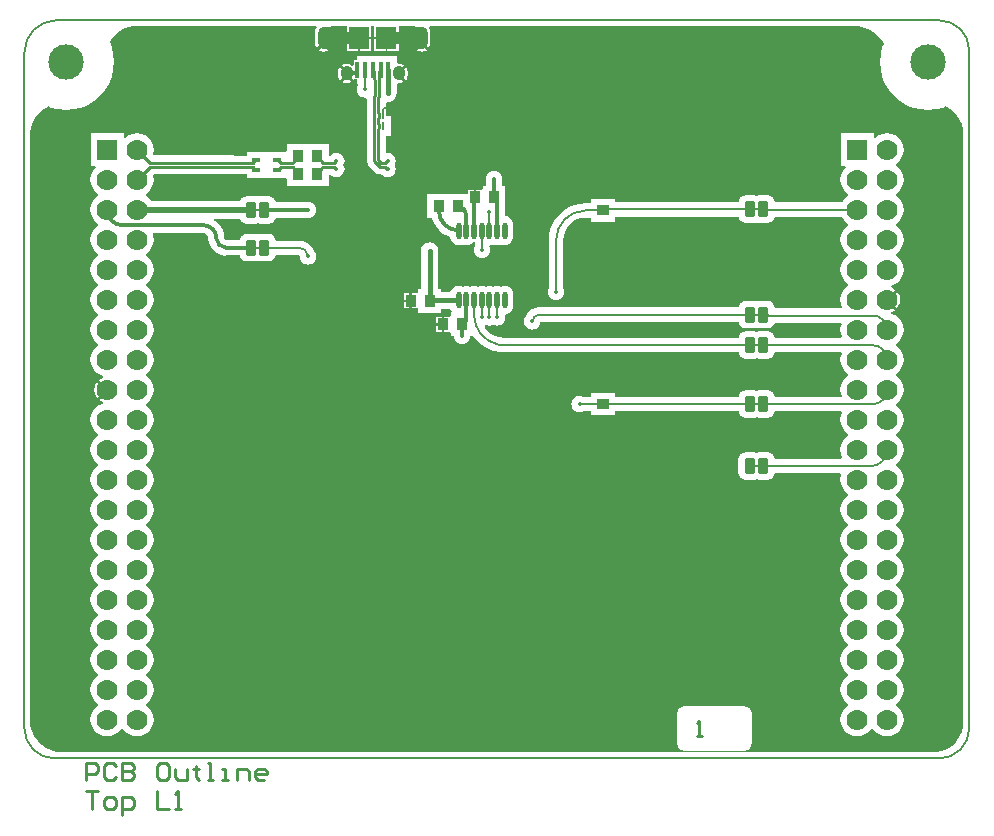
<source format=gtl>
G04*
G04 #@! TF.GenerationSoftware,Altium Limited,Altium Designer,25.8.1 (18)*
G04*
G04 Layer_Physical_Order=1*
G04 Layer_Color=255*
%FSLAX24Y24*%
%MOIN*%
G70*
G04*
G04 #@! TF.SameCoordinates,09999318-E88C-4F9F-A6D3-71EC491E3F06*
G04*
G04*
G04 #@! TF.FilePolarity,Positive*
G04*
G01*
G75*
%ADD13C,0.0059*%
%ADD16C,0.0100*%
%ADD17C,0.0050*%
%ADD37C,0.0150*%
%ADD38C,0.0080*%
%ADD39C,0.0120*%
%ADD40R,0.0394X0.0354*%
%ADD41R,0.0354X0.0394*%
%ADD42R,0.0256X0.0177*%
%ADD43R,0.0157X0.0531*%
%ADD44R,0.0709X0.0748*%
G04:AMPARAMS|DCode=45|XSize=51.2mil|YSize=35.4mil|CornerRadius=3.5mil|HoleSize=0mil|Usage=FLASHONLY|Rotation=270.000|XOffset=0mil|YOffset=0mil|HoleType=Round|Shape=RoundedRectangle|*
%AMROUNDEDRECTD45*
21,1,0.0512,0.0283,0,0,270.0*
21,1,0.0441,0.0354,0,0,270.0*
1,1,0.0071,-0.0142,-0.0220*
1,1,0.0071,-0.0142,0.0220*
1,1,0.0071,0.0142,0.0220*
1,1,0.0071,0.0142,-0.0220*
%
%ADD45ROUNDEDRECTD45*%
%ADD46O,0.0177X0.0551*%
%ADD47R,0.0079X0.0266*%
%ADD48C,0.0090*%
%ADD49C,0.0400*%
%ADD50C,0.0200*%
%ADD51R,0.0236X0.0079*%
%ADD52C,0.0700*%
%ADD53R,0.0700X0.0700*%
G04:AMPARAMS|DCode=54|XSize=39.4mil|YSize=74.8mil|CornerRadius=19.7mil|HoleSize=0mil|Usage=FLASHONLY|Rotation=180.000|XOffset=0mil|YOffset=0mil|HoleType=Round|Shape=RoundedRectangle|*
%AMROUNDEDRECTD54*
21,1,0.0394,0.0354,0,0,180.0*
21,1,0.0000,0.0748,0,0,180.0*
1,1,0.0394,0.0000,0.0177*
1,1,0.0394,0.0000,0.0177*
1,1,0.0394,0.0000,-0.0177*
1,1,0.0394,0.0000,-0.0177*
%
%ADD54ROUNDEDRECTD54*%
G04:AMPARAMS|DCode=55|XSize=41.3mil|YSize=49.2mil|CornerRadius=20.7mil|HoleSize=0mil|Usage=FLASHONLY|Rotation=180.000|XOffset=0mil|YOffset=0mil|HoleType=Round|Shape=RoundedRectangle|*
%AMROUNDEDRECTD55*
21,1,0.0413,0.0079,0,0,180.0*
21,1,0.0000,0.0492,0,0,180.0*
1,1,0.0413,0.0000,0.0039*
1,1,0.0413,0.0000,0.0039*
1,1,0.0413,0.0000,-0.0039*
1,1,0.0413,0.0000,-0.0039*
%
%ADD55ROUNDEDRECTD55*%
%ADD56C,0.1181*%
%ADD57C,0.0140*%
G36*
X3737Y24399D02*
X9718D01*
X9743Y24349D01*
X9730Y24332D01*
X9702Y24265D01*
X9693Y24193D01*
Y23839D01*
X9702Y23767D01*
X9730Y23700D01*
X9744Y23681D01*
X9936Y23873D01*
X9970Y23839D01*
Y24390D01*
X10219D01*
X10223Y24399D01*
X10757D01*
Y24041D01*
X11161D01*
X11566D01*
Y24399D01*
X11663D01*
Y24041D01*
X12067D01*
X12471D01*
Y24399D01*
X13005D01*
X13010Y24390D01*
X13258D01*
Y23839D01*
X13258Y23839D01*
X13293Y23873D01*
X13485Y23681D01*
X13499Y23700D01*
X13526Y23767D01*
X13536Y23839D01*
Y24193D01*
X13526Y24265D01*
X13499Y24332D01*
X13486Y24349D01*
X13511Y24399D01*
X27733Y24399D01*
X27733Y24399D01*
X27733Y24399D01*
X27830Y24399D01*
X28021Y24362D01*
X28201Y24289D01*
X28363Y24182D01*
X28502Y24046D01*
X28610Y23885D01*
X28641Y23813D01*
X28601Y23717D01*
X28542Y23472D01*
X28523Y23221D01*
X28542Y22971D01*
X28601Y22726D01*
X28697Y22494D01*
X28829Y22279D01*
X28992Y22088D01*
X29183Y21925D01*
X29398Y21793D01*
X29630Y21697D01*
X29874Y21639D01*
X30125Y21619D01*
X30376Y21639D01*
X30620Y21697D01*
X30731Y21743D01*
X30765Y21729D01*
X30926Y21620D01*
X31062Y21482D01*
X31168Y21321D01*
X31241Y21141D01*
X31278Y20951D01*
X31277Y20854D01*
X31277Y1183D01*
X31277Y1183D01*
Y1086D01*
X31240Y897D01*
X31166Y718D01*
X31058Y557D01*
X30922Y420D01*
X30761Y313D01*
X30582Y239D01*
X30393Y201D01*
X1164D01*
X1071Y214D01*
X893Y270D01*
X726Y353D01*
X575Y462D01*
X443Y594D01*
X334Y745D01*
X250Y912D01*
X195Y1090D01*
X182Y1183D01*
X182Y20662D01*
X182Y20662D01*
X182Y20662D01*
X176Y20734D01*
X183Y20877D01*
X209Y21018D01*
X252Y21155D01*
X313Y21285D01*
X391Y21405D01*
X484Y21515D01*
X590Y21611D01*
X708Y21693D01*
X794Y21737D01*
X890Y21697D01*
X1134Y21639D01*
X1385Y21619D01*
X1636Y21639D01*
X1880Y21697D01*
X2113Y21793D01*
X2327Y21925D01*
X2518Y22088D01*
X2681Y22279D01*
X2813Y22494D01*
X2909Y22726D01*
X2968Y22971D01*
X2988Y23221D01*
X2968Y23472D01*
X2909Y23717D01*
X2842Y23880D01*
X2872Y23944D01*
X2984Y24094D01*
X3123Y24219D01*
X3283Y24314D01*
X3459Y24377D01*
X3644Y24403D01*
X3737Y24399D01*
D02*
G37*
%LPC*%
G36*
X12471Y23991D02*
X12092D01*
Y23592D01*
X12471D01*
Y23991D01*
D02*
G37*
G36*
X12042D02*
X11663D01*
Y23592D01*
X12042D01*
Y23991D01*
D02*
G37*
G36*
X11566D02*
X11186D01*
Y23592D01*
X11566D01*
Y23991D01*
D02*
G37*
G36*
X11136D02*
X10757D01*
Y23592D01*
X11136D01*
Y23991D01*
D02*
G37*
G36*
X13258Y23769D02*
X13258Y23769D01*
Y23642D01*
X13131D01*
X13101Y23612D01*
X13119Y23598D01*
X13186Y23570D01*
X13258Y23561D01*
X13330Y23570D01*
X13397Y23598D01*
X13415Y23612D01*
X13258Y23769D01*
D02*
G37*
G36*
X9970D02*
X9813Y23612D01*
X9831Y23598D01*
X9899Y23570D01*
X9970Y23561D01*
X10042Y23570D01*
X10109Y23598D01*
X10128Y23612D01*
X10098Y23642D01*
X9970D01*
Y23769D01*
D01*
D02*
G37*
G36*
X12405Y23428D02*
X11080D01*
Y23278D01*
X10974D01*
Y23115D01*
X10924Y23092D01*
X10882Y23123D01*
X10813Y23152D01*
X10738Y23162D01*
X10664Y23152D01*
X10594Y23123D01*
X10574Y23108D01*
X10773Y22909D01*
X10703Y22839D01*
X10504Y23038D01*
X10489Y23018D01*
X10460Y22949D01*
X10450Y22874D01*
Y22795D01*
X10460Y22721D01*
X10489Y22651D01*
X10504Y22631D01*
X10703Y22830D01*
X10738Y22795D01*
X10773Y22830D01*
X10972Y22631D01*
X10984Y22647D01*
X11080D01*
Y22497D01*
X11124D01*
Y22438D01*
X11122Y22436D01*
X11095Y22370D01*
X11086Y22299D01*
X11095Y22229D01*
X11122Y22163D01*
X11166Y22107D01*
X11222Y22064D01*
X11288Y22036D01*
X11358Y22027D01*
X11380Y22030D01*
X11417Y21997D01*
Y21765D01*
X11414D01*
Y21567D01*
X11404Y21514D01*
Y21361D01*
X11414Y21309D01*
Y21211D01*
X11404Y21159D01*
Y21005D01*
X11414Y20953D01*
Y20755D01*
X11417D01*
Y19899D01*
X11437Y19803D01*
X11491Y19722D01*
X11671Y19542D01*
X11752Y19488D01*
X11847Y19469D01*
X11902D01*
X11914Y19453D01*
X11970Y19410D01*
X12036Y19383D01*
X12106Y19373D01*
X12177Y19383D01*
X12242Y19410D01*
X12299Y19453D01*
X12342Y19510D01*
X12369Y19575D01*
X12379Y19646D01*
X12369Y19716D01*
X12342Y19782D01*
X12341Y19783D01*
X12342Y19785D01*
X12369Y19851D01*
X12379Y19921D01*
X12369Y19992D01*
X12342Y20057D01*
X12299Y20114D01*
X12242Y20157D01*
X12177Y20184D01*
X12106Y20194D01*
X12085Y20191D01*
X12047Y20224D01*
Y20755D01*
X12208D01*
Y21420D01*
X12061D01*
Y21514D01*
X12050Y21567D01*
Y21765D01*
X12047D01*
Y21848D01*
X12097Y21892D01*
X12126Y21888D01*
X12198Y21897D01*
X12265Y21925D01*
X12322Y21969D01*
X12366Y22027D01*
X12394Y22094D01*
X12403Y22165D01*
Y22471D01*
X12441Y22508D01*
X12455Y22512D01*
X12490Y22507D01*
X12565Y22517D01*
X12634Y22546D01*
X12654Y22561D01*
X12455Y22760D01*
X12525Y22830D01*
X12724Y22631D01*
X12739Y22651D01*
X12768Y22721D01*
X12778Y22795D01*
Y22874D01*
X12768Y22949D01*
X12739Y23018D01*
X12724Y23038D01*
X12525Y22839D01*
X12455Y22909D01*
X12654Y23108D01*
X12634Y23123D01*
X12565Y23152D01*
X12490Y23162D01*
X12455Y23157D01*
X12405Y23199D01*
Y23428D01*
D02*
G37*
G36*
X10738Y22726D02*
X10574Y22561D01*
X10594Y22546D01*
X10664Y22517D01*
X10738Y22507D01*
X10813Y22517D01*
X10882Y22546D01*
X10902Y22561D01*
X10738Y22726D01*
D02*
G37*
G36*
X28755Y20843D02*
X28611Y20824D01*
X28478Y20769D01*
X28363Y20681D01*
X28352Y20667D01*
X28305Y20683D01*
Y20838D01*
X27205D01*
Y19738D01*
X27360D01*
X27376Y19691D01*
X27363Y19681D01*
X27275Y19566D01*
X27219Y19432D01*
X27200Y19288D01*
X27219Y19145D01*
X27275Y19011D01*
X27363Y18896D01*
X27465Y18818D01*
X27469Y18801D01*
Y18776D01*
X27465Y18759D01*
X27363Y18681D01*
X27275Y18566D01*
X27261Y18533D01*
X25017D01*
X24999Y18619D01*
X24961Y18677D01*
Y18701D01*
X24942D01*
X24869Y18749D01*
X24778Y18768D01*
X24494D01*
X24409Y18751D01*
X24325Y18768D01*
X24041D01*
X23949Y18749D01*
X23877Y18701D01*
X23858D01*
Y18677D01*
X23820Y18619D01*
X23806Y18552D01*
X19688D01*
Y18645D01*
X18894D01*
Y18512D01*
X18717D01*
X18709Y18511D01*
X18522Y18496D01*
X18332Y18451D01*
X18152Y18376D01*
X17985Y18274D01*
X17837Y18147D01*
X17710Y17999D01*
X17608Y17832D01*
X17534Y17652D01*
X17488Y17462D01*
X17473Y17275D01*
X17472Y17268D01*
Y15666D01*
X17453Y15622D01*
X17444Y15551D01*
X17453Y15481D01*
X17481Y15415D01*
X17524Y15359D01*
X17580Y15315D01*
X17646Y15288D01*
X17717Y15279D01*
X17787Y15288D01*
X17853Y15315D01*
X17909Y15359D01*
X17952Y15415D01*
X17980Y15481D01*
X17989Y15551D01*
X17980Y15622D01*
X17961Y15666D01*
Y17268D01*
X17959Y17279D01*
X17972Y17416D01*
X18016Y17558D01*
X18086Y17689D01*
X18180Y17804D01*
X18295Y17899D01*
X18426Y17969D01*
X18569Y18012D01*
X18705Y18025D01*
X18717Y18023D01*
X18894D01*
Y17891D01*
X19688D01*
Y18062D01*
X23806D01*
X23820Y17995D01*
X23858Y17937D01*
Y17913D01*
X23877D01*
X23949Y17865D01*
X24041Y17847D01*
X24325D01*
X24409Y17863D01*
X24494Y17847D01*
X24778D01*
X24869Y17865D01*
X24942Y17913D01*
X24961D01*
Y17937D01*
X24999Y17995D01*
X25009Y18044D01*
X27261D01*
X27275Y18011D01*
X27363Y17896D01*
X27465Y17818D01*
X27469Y17801D01*
Y17776D01*
X27465Y17759D01*
X27363Y17681D01*
X27275Y17566D01*
X27219Y17432D01*
X27200Y17288D01*
X27219Y17145D01*
X27275Y17011D01*
X27363Y16896D01*
X27465Y16818D01*
X27469Y16801D01*
Y16776D01*
X27465Y16759D01*
X27363Y16681D01*
X27275Y16566D01*
X27219Y16432D01*
X27200Y16288D01*
X27219Y16145D01*
X27275Y16011D01*
X27363Y15896D01*
X27465Y15818D01*
X27469Y15801D01*
Y15776D01*
X27465Y15759D01*
X27363Y15681D01*
X27275Y15566D01*
X27219Y15432D01*
X27200Y15288D01*
X27219Y15145D01*
X27255Y15058D01*
X27221Y15008D01*
X25018D01*
Y15014D01*
X24999Y15106D01*
X24961Y15164D01*
Y15187D01*
X24942D01*
X24869Y15236D01*
X24778Y15254D01*
X24494D01*
X24409Y15237D01*
X24325Y15254D01*
X24041D01*
X23949Y15236D01*
X23877Y15187D01*
X23858D01*
Y15164D01*
X23820Y15106D01*
X23806Y15038D01*
X17156D01*
X17145Y15036D01*
X17034Y15021D01*
X16920Y14974D01*
X16823Y14900D01*
X16748Y14802D01*
X16723Y14742D01*
X16693Y14703D01*
X16666Y14637D01*
X16657Y14567D01*
X16666Y14496D01*
X16693Y14431D01*
X16737Y14374D01*
X16793Y14331D01*
X16859Y14304D01*
X16929Y14295D01*
X17000Y14304D01*
X17065Y14331D01*
X17122Y14374D01*
X17165Y14431D01*
X17192Y14496D01*
X17199Y14549D01*
X23806D01*
X23820Y14481D01*
X23858Y14423D01*
Y14400D01*
X23877D01*
X23949Y14351D01*
X24041Y14333D01*
X24325D01*
X24409Y14350D01*
X24494Y14333D01*
X24778D01*
X24869Y14351D01*
X24942Y14400D01*
X24961D01*
Y14423D01*
X24999Y14481D01*
X25007Y14519D01*
X27210D01*
X27238Y14477D01*
X27219Y14432D01*
X27200Y14288D01*
X27219Y14145D01*
X27252Y14066D01*
X27224Y14024D01*
X25013D01*
X24999Y14092D01*
X24961Y14150D01*
Y14173D01*
X24942D01*
X24869Y14222D01*
X24778Y14240D01*
X24494D01*
X24409Y14223D01*
X24325Y14240D01*
X24041D01*
X23949Y14222D01*
X23877Y14173D01*
X23858D01*
Y14150D01*
X23820Y14092D01*
X23806Y14024D01*
X15987D01*
X15976Y14022D01*
X15839Y14035D01*
X15838Y14036D01*
X15697Y14079D01*
X15566Y14149D01*
X15451Y14243D01*
X15357Y14358D01*
X15345Y14379D01*
X15365Y14436D01*
X15395Y14450D01*
X15429Y14436D01*
X15499Y14426D01*
X15570Y14436D01*
X15627Y14460D01*
X15685Y14436D01*
X15755Y14426D01*
X15826Y14436D01*
X15891Y14463D01*
X15948Y14506D01*
X15991Y14563D01*
X16018Y14628D01*
X16027Y14699D01*
X16018Y14769D01*
X16058Y14804D01*
X16086Y14807D01*
X16156Y14837D01*
X16217Y14883D01*
X16263Y14943D01*
X16292Y15013D01*
X16302Y15089D01*
Y15463D01*
X16292Y15538D01*
X16263Y15608D01*
X16217Y15668D01*
X16156Y15715D01*
X16086Y15744D01*
X16011Y15754D01*
X15936Y15744D01*
X15883Y15722D01*
X15830Y15744D01*
X15755Y15754D01*
X15680Y15744D01*
X15627Y15722D01*
X15574Y15744D01*
X15499Y15754D01*
X15424Y15744D01*
X15371Y15722D01*
X15319Y15744D01*
X15243Y15754D01*
X15168Y15744D01*
X15115Y15722D01*
X15063Y15744D01*
X14987Y15754D01*
X14912Y15744D01*
X14859Y15722D01*
X14807Y15744D01*
X14731Y15754D01*
X14656Y15744D01*
X14603Y15722D01*
X14551Y15744D01*
X14476Y15754D01*
X14400Y15744D01*
X14330Y15715D01*
X14270Y15668D01*
X14223Y15608D01*
X14201Y15553D01*
X13881D01*
Y15653D01*
X13781D01*
Y16929D01*
X13772Y17001D01*
X13744Y17068D01*
X13700Y17125D01*
X13643Y17169D01*
X13576Y17197D01*
X13504Y17207D01*
X13432Y17197D01*
X13365Y17169D01*
X13308Y17125D01*
X13264Y17068D01*
X13236Y17001D01*
X13227Y16929D01*
Y15653D01*
X13127D01*
Y15556D01*
X13111Y15513D01*
X13077Y15513D01*
X12914D01*
Y15256D01*
Y14999D01*
X13111Y14999D01*
X13127Y14956D01*
Y14859D01*
X13881D01*
Y14998D01*
X14201D01*
X14223Y14943D01*
X14245Y14915D01*
X14220Y14865D01*
X14209D01*
Y14769D01*
X14194Y14725D01*
X14159Y14725D01*
X13997D01*
Y14468D01*
Y14212D01*
X14194Y14212D01*
X14209Y14168D01*
Y14072D01*
X14315D01*
X14324Y14004D01*
X14351Y13939D01*
X14394Y13882D01*
X14450Y13839D01*
X14516Y13812D01*
X14587Y13802D01*
X14657Y13812D01*
X14723Y13839D01*
X14779Y13882D01*
X14822Y13939D01*
X14850Y14004D01*
X14859Y14072D01*
X14964D01*
X14978Y14054D01*
X14981Y14048D01*
X15108Y13900D01*
X15256Y13773D01*
X15423Y13671D01*
X15603Y13597D01*
X15694Y13575D01*
X15696Y13573D01*
X15721Y13568D01*
X15793Y13551D01*
X15980Y13536D01*
X15987Y13535D01*
X23806D01*
X23820Y13467D01*
X23858Y13409D01*
Y13386D01*
X23877D01*
X23949Y13337D01*
X24041Y13319D01*
X24325D01*
X24409Y13336D01*
X24494Y13319D01*
X24778D01*
X24869Y13337D01*
X24942Y13386D01*
X24961D01*
Y13409D01*
X24999Y13467D01*
X25013Y13535D01*
X27217D01*
X27245Y13493D01*
X27219Y13432D01*
X27200Y13288D01*
X27219Y13145D01*
X27275Y13011D01*
X27363Y12896D01*
X27465Y12818D01*
X27469Y12801D01*
Y12776D01*
X27465Y12759D01*
X27363Y12681D01*
X27275Y12566D01*
X27219Y12432D01*
X27200Y12288D01*
X27219Y12145D01*
X27239Y12097D01*
X27211Y12056D01*
X25013D01*
X24999Y12123D01*
X24961Y12181D01*
Y12205D01*
X24942D01*
X24869Y12253D01*
X24778Y12272D01*
X24494D01*
X24409Y12255D01*
X24325Y12272D01*
X24041D01*
X23949Y12253D01*
X23877Y12205D01*
X23858D01*
Y12181D01*
X23820Y12123D01*
X23806Y12056D01*
X19688D01*
Y12188D01*
X18894D01*
Y12056D01*
X18619D01*
X18574Y12074D01*
X18504Y12083D01*
X18433Y12074D01*
X18368Y12047D01*
X18311Y12004D01*
X18268Y11947D01*
X18241Y11882D01*
X18232Y11811D01*
X18241Y11741D01*
X18268Y11675D01*
X18311Y11618D01*
X18368Y11575D01*
X18433Y11548D01*
X18504Y11539D01*
X18574Y11548D01*
X18619Y11566D01*
X18894D01*
Y11434D01*
X19688D01*
Y11566D01*
X23806D01*
X23820Y11499D01*
X23858Y11441D01*
Y11417D01*
X23877D01*
X23949Y11369D01*
X24041Y11351D01*
X24325D01*
X24409Y11367D01*
X24494Y11351D01*
X24778D01*
X24869Y11369D01*
X24942Y11417D01*
X24961D01*
Y11441D01*
X24999Y11499D01*
X25013Y11566D01*
X27221D01*
X27254Y11516D01*
X27219Y11432D01*
X27200Y11288D01*
X27219Y11145D01*
X27275Y11011D01*
X27363Y10896D01*
X27465Y10818D01*
X27469Y10801D01*
Y10776D01*
X27465Y10759D01*
X27363Y10681D01*
X27275Y10566D01*
X27219Y10432D01*
X27200Y10288D01*
X27219Y10145D01*
X27263Y10039D01*
X27231Y9989D01*
X25013D01*
X24999Y10056D01*
X24961Y10114D01*
Y10138D01*
X24942D01*
X24869Y10186D01*
X24778Y10205D01*
X24494D01*
X24409Y10188D01*
X24325Y10205D01*
X24041D01*
X23949Y10186D01*
X23877Y10138D01*
X23858D01*
Y10114D01*
X23820Y10056D01*
X23801Y9965D01*
Y9524D01*
X23820Y9432D01*
X23858Y9374D01*
Y9350D01*
X23877D01*
X23949Y9302D01*
X24041Y9284D01*
X24325D01*
X24409Y9300D01*
X24494Y9284D01*
X24778D01*
X24869Y9302D01*
X24942Y9350D01*
X24961D01*
Y9374D01*
X24999Y9432D01*
X25013Y9499D01*
X27202D01*
X27230Y9458D01*
X27219Y9432D01*
X27200Y9288D01*
X27219Y9145D01*
X27275Y9011D01*
X27363Y8896D01*
X27465Y8818D01*
X27469Y8801D01*
Y8776D01*
X27465Y8759D01*
X27363Y8681D01*
X27275Y8566D01*
X27219Y8432D01*
X27200Y8288D01*
X27219Y8145D01*
X27275Y8011D01*
X27363Y7896D01*
X27465Y7818D01*
X27469Y7801D01*
Y7776D01*
X27465Y7759D01*
X27363Y7681D01*
X27275Y7566D01*
X27219Y7432D01*
X27200Y7288D01*
X27219Y7145D01*
X27275Y7011D01*
X27363Y6896D01*
X27465Y6818D01*
X27469Y6801D01*
Y6776D01*
X27465Y6759D01*
X27363Y6681D01*
X27275Y6566D01*
X27219Y6432D01*
X27200Y6288D01*
X27219Y6145D01*
X27275Y6011D01*
X27363Y5896D01*
X27465Y5818D01*
X27469Y5801D01*
Y5776D01*
X27465Y5759D01*
X27363Y5681D01*
X27275Y5566D01*
X27219Y5432D01*
X27200Y5288D01*
X27219Y5145D01*
X27275Y5011D01*
X27363Y4896D01*
X27465Y4818D01*
X27469Y4801D01*
Y4776D01*
X27465Y4759D01*
X27363Y4681D01*
X27275Y4566D01*
X27219Y4432D01*
X27200Y4288D01*
X27219Y4145D01*
X27275Y4011D01*
X27363Y3896D01*
X27465Y3818D01*
X27469Y3801D01*
Y3776D01*
X27465Y3759D01*
X27363Y3681D01*
X27275Y3566D01*
X27219Y3432D01*
X27200Y3288D01*
X27219Y3145D01*
X27275Y3011D01*
X27363Y2896D01*
X27465Y2818D01*
X27469Y2801D01*
Y2776D01*
X27465Y2759D01*
X27363Y2681D01*
X27275Y2566D01*
X27219Y2432D01*
X27200Y2288D01*
X27219Y2145D01*
X27275Y2011D01*
X27363Y1896D01*
X27465Y1818D01*
X27469Y1801D01*
Y1776D01*
X27465Y1759D01*
X27363Y1681D01*
X27275Y1566D01*
X27219Y1432D01*
X27200Y1288D01*
X27219Y1145D01*
X27275Y1011D01*
X27363Y896D01*
X27478Y808D01*
X27611Y752D01*
X27755Y734D01*
X27899Y752D01*
X28032Y808D01*
X28147Y896D01*
X28226Y998D01*
X28242Y1003D01*
X28268D01*
X28284Y998D01*
X28363Y896D01*
X28478Y808D01*
X28611Y752D01*
X28755Y734D01*
X28899Y752D01*
X29032Y808D01*
X29147Y896D01*
X29235Y1011D01*
X29291Y1145D01*
X29310Y1288D01*
X29291Y1432D01*
X29235Y1566D01*
X29147Y1681D01*
X29045Y1759D01*
X29041Y1776D01*
Y1801D01*
X29045Y1818D01*
X29147Y1896D01*
X29235Y2011D01*
X29291Y2145D01*
X29310Y2288D01*
X29291Y2432D01*
X29235Y2566D01*
X29147Y2681D01*
X29045Y2759D01*
X29041Y2776D01*
Y2801D01*
X29045Y2818D01*
X29147Y2896D01*
X29235Y3011D01*
X29291Y3145D01*
X29310Y3288D01*
X29291Y3432D01*
X29235Y3566D01*
X29147Y3681D01*
X29045Y3759D01*
X29041Y3776D01*
Y3801D01*
X29045Y3818D01*
X29147Y3896D01*
X29235Y4011D01*
X29291Y4145D01*
X29310Y4288D01*
X29291Y4432D01*
X29235Y4566D01*
X29147Y4681D01*
X29045Y4759D01*
X29041Y4776D01*
Y4801D01*
X29045Y4818D01*
X29147Y4896D01*
X29235Y5011D01*
X29291Y5145D01*
X29310Y5288D01*
X29291Y5432D01*
X29235Y5566D01*
X29147Y5681D01*
X29045Y5759D01*
X29041Y5776D01*
Y5801D01*
X29045Y5818D01*
X29147Y5896D01*
X29235Y6011D01*
X29291Y6145D01*
X29310Y6288D01*
X29291Y6432D01*
X29235Y6566D01*
X29147Y6681D01*
X29045Y6759D01*
X29041Y6776D01*
Y6801D01*
X29045Y6818D01*
X29147Y6896D01*
X29235Y7011D01*
X29291Y7145D01*
X29310Y7288D01*
X29291Y7432D01*
X29235Y7566D01*
X29147Y7681D01*
X29045Y7759D01*
X29041Y7776D01*
Y7801D01*
X29045Y7818D01*
X29147Y7896D01*
X29235Y8011D01*
X29291Y8145D01*
X29310Y8288D01*
X29291Y8432D01*
X29235Y8566D01*
X29147Y8681D01*
X29045Y8759D01*
X29041Y8776D01*
Y8801D01*
X29045Y8818D01*
X29147Y8896D01*
X29235Y9011D01*
X29291Y9145D01*
X29310Y9288D01*
X29291Y9432D01*
X29235Y9566D01*
X29147Y9681D01*
X29045Y9759D01*
X29041Y9776D01*
Y9801D01*
X29045Y9818D01*
X29147Y9896D01*
X29235Y10011D01*
X29291Y10145D01*
X29310Y10288D01*
X29291Y10432D01*
X29235Y10566D01*
X29147Y10681D01*
X29045Y10759D01*
X29041Y10776D01*
Y10801D01*
X29045Y10818D01*
X29147Y10896D01*
X29235Y11011D01*
X29291Y11145D01*
X29310Y11288D01*
X29291Y11432D01*
X29235Y11566D01*
X29147Y11681D01*
X29045Y11759D01*
X29041Y11776D01*
Y11801D01*
X29045Y11818D01*
X29147Y11896D01*
X29235Y12011D01*
X29291Y12145D01*
X29310Y12288D01*
X29291Y12432D01*
X29235Y12566D01*
X29147Y12681D01*
X29045Y12759D01*
X29041Y12776D01*
Y12801D01*
X29045Y12818D01*
X29147Y12896D01*
X29235Y13011D01*
X29291Y13145D01*
X29310Y13288D01*
X29291Y13432D01*
X29235Y13566D01*
X29147Y13681D01*
X29045Y13759D01*
X29041Y13776D01*
Y13801D01*
X29045Y13818D01*
X29147Y13896D01*
X29235Y14011D01*
X29291Y14145D01*
X29310Y14288D01*
X29291Y14432D01*
X29235Y14566D01*
X29147Y14681D01*
X29032Y14769D01*
X28899Y14824D01*
X28889Y14825D01*
X28882Y14877D01*
X28971Y14914D01*
X29021Y14952D01*
X28720Y15253D01*
X28755Y15288D01*
X28720Y15323D01*
X29021Y15624D01*
X28971Y15663D01*
X28882Y15700D01*
X28889Y15751D01*
X28899Y15752D01*
X29032Y15808D01*
X29147Y15896D01*
X29235Y16011D01*
X29291Y16145D01*
X29310Y16288D01*
X29291Y16432D01*
X29235Y16566D01*
X29147Y16681D01*
X29045Y16759D01*
X29041Y16776D01*
Y16801D01*
X29045Y16818D01*
X29147Y16896D01*
X29235Y17011D01*
X29291Y17145D01*
X29310Y17288D01*
X29291Y17432D01*
X29235Y17566D01*
X29147Y17681D01*
X29045Y17759D01*
X29041Y17776D01*
Y17801D01*
X29045Y17818D01*
X29147Y17896D01*
X29235Y18011D01*
X29291Y18145D01*
X29310Y18288D01*
X29291Y18432D01*
X29235Y18566D01*
X29147Y18681D01*
X29045Y18759D01*
X29041Y18776D01*
Y18801D01*
X29045Y18818D01*
X29147Y18896D01*
X29235Y19011D01*
X29291Y19145D01*
X29310Y19288D01*
X29291Y19432D01*
X29235Y19566D01*
X29147Y19681D01*
X29045Y19759D01*
X29041Y19776D01*
Y19801D01*
X29045Y19818D01*
X29147Y19896D01*
X29235Y20011D01*
X29291Y20145D01*
X29310Y20288D01*
X29291Y20432D01*
X29235Y20566D01*
X29147Y20681D01*
X29032Y20769D01*
X28899Y20824D01*
X28755Y20843D01*
D02*
G37*
G36*
X3755D02*
X3611Y20824D01*
X3478Y20769D01*
X3363Y20681D01*
X3352Y20667D01*
X3305Y20683D01*
Y20838D01*
X2205D01*
Y19738D01*
X2360D01*
X2376Y19691D01*
X2363Y19681D01*
X2275Y19566D01*
X2219Y19432D01*
X2200Y19288D01*
X2219Y19145D01*
X2275Y19011D01*
X2363Y18896D01*
X2465Y18818D01*
X2469Y18801D01*
Y18776D01*
X2465Y18759D01*
X2363Y18681D01*
X2275Y18566D01*
X2219Y18432D01*
X2200Y18288D01*
X2219Y18145D01*
X2275Y18011D01*
X2363Y17896D01*
X2465Y17818D01*
X2469Y17801D01*
Y17776D01*
X2465Y17759D01*
X2363Y17681D01*
X2275Y17566D01*
X2219Y17432D01*
X2200Y17288D01*
X2219Y17145D01*
X2275Y17011D01*
X2363Y16896D01*
X2465Y16818D01*
X2469Y16801D01*
Y16776D01*
X2465Y16759D01*
X2363Y16681D01*
X2275Y16566D01*
X2219Y16432D01*
X2200Y16288D01*
X2219Y16145D01*
X2275Y16011D01*
X2363Y15896D01*
X2465Y15818D01*
X2469Y15801D01*
Y15776D01*
X2465Y15759D01*
X2363Y15681D01*
X2275Y15566D01*
X2219Y15432D01*
X2200Y15288D01*
X2219Y15145D01*
X2275Y15011D01*
X2363Y14896D01*
X2465Y14818D01*
X2469Y14801D01*
Y14776D01*
X2465Y14759D01*
X2363Y14681D01*
X2275Y14566D01*
X2219Y14432D01*
X2200Y14288D01*
X2219Y14145D01*
X2275Y14011D01*
X2363Y13896D01*
X2465Y13818D01*
X2469Y13801D01*
Y13776D01*
X2465Y13759D01*
X2363Y13681D01*
X2275Y13566D01*
X2219Y13432D01*
X2200Y13288D01*
X2219Y13145D01*
X2275Y13011D01*
X2363Y12896D01*
X2478Y12808D01*
X2611Y12752D01*
X2621Y12751D01*
X2628Y12700D01*
X2539Y12663D01*
X2489Y12624D01*
X2790Y12323D01*
X2755Y12288D01*
X2790Y12253D01*
X2489Y11952D01*
X2539Y11914D01*
X2628Y11877D01*
X2621Y11825D01*
X2611Y11824D01*
X2478Y11769D01*
X2363Y11681D01*
X2275Y11566D01*
X2219Y11432D01*
X2200Y11288D01*
X2219Y11145D01*
X2275Y11011D01*
X2363Y10896D01*
X2465Y10818D01*
X2469Y10801D01*
Y10776D01*
X2465Y10759D01*
X2363Y10681D01*
X2275Y10566D01*
X2219Y10432D01*
X2200Y10288D01*
X2219Y10145D01*
X2275Y10011D01*
X2363Y9896D01*
X2465Y9818D01*
X2469Y9801D01*
Y9776D01*
X2465Y9759D01*
X2363Y9681D01*
X2275Y9566D01*
X2219Y9432D01*
X2200Y9288D01*
X2219Y9145D01*
X2275Y9011D01*
X2363Y8896D01*
X2465Y8818D01*
X2469Y8801D01*
Y8776D01*
X2465Y8759D01*
X2363Y8681D01*
X2275Y8566D01*
X2219Y8432D01*
X2200Y8288D01*
X2219Y8145D01*
X2275Y8011D01*
X2363Y7896D01*
X2465Y7818D01*
X2469Y7801D01*
Y7776D01*
X2465Y7759D01*
X2363Y7681D01*
X2275Y7566D01*
X2219Y7432D01*
X2200Y7288D01*
X2219Y7145D01*
X2275Y7011D01*
X2363Y6896D01*
X2465Y6818D01*
X2469Y6801D01*
Y6776D01*
X2465Y6759D01*
X2363Y6681D01*
X2275Y6566D01*
X2219Y6432D01*
X2200Y6288D01*
X2219Y6145D01*
X2275Y6011D01*
X2363Y5896D01*
X2465Y5818D01*
X2469Y5801D01*
Y5776D01*
X2465Y5759D01*
X2363Y5681D01*
X2275Y5566D01*
X2219Y5432D01*
X2200Y5288D01*
X2219Y5145D01*
X2275Y5011D01*
X2363Y4896D01*
X2465Y4818D01*
X2469Y4801D01*
Y4776D01*
X2465Y4759D01*
X2363Y4681D01*
X2275Y4566D01*
X2219Y4432D01*
X2200Y4288D01*
X2219Y4145D01*
X2275Y4011D01*
X2363Y3896D01*
X2465Y3818D01*
X2469Y3801D01*
Y3776D01*
X2465Y3759D01*
X2363Y3681D01*
X2275Y3566D01*
X2219Y3432D01*
X2200Y3288D01*
X2219Y3145D01*
X2275Y3011D01*
X2363Y2896D01*
X2465Y2818D01*
X2469Y2801D01*
Y2776D01*
X2465Y2759D01*
X2363Y2681D01*
X2275Y2566D01*
X2219Y2432D01*
X2200Y2288D01*
X2219Y2145D01*
X2275Y2011D01*
X2363Y1896D01*
X2465Y1818D01*
X2469Y1801D01*
Y1776D01*
X2465Y1759D01*
X2363Y1681D01*
X2275Y1566D01*
X2219Y1432D01*
X2200Y1288D01*
X2219Y1145D01*
X2275Y1011D01*
X2363Y896D01*
X2478Y808D01*
X2611Y752D01*
X2755Y734D01*
X2899Y752D01*
X3032Y808D01*
X3147Y896D01*
X3226Y998D01*
X3242Y1003D01*
X3268D01*
X3284Y998D01*
X3363Y896D01*
X3478Y808D01*
X3611Y752D01*
X3755Y734D01*
X3899Y752D01*
X4032Y808D01*
X4147Y896D01*
X4235Y1011D01*
X4291Y1145D01*
X4310Y1288D01*
X4291Y1432D01*
X4235Y1566D01*
X4147Y1681D01*
X4045Y1759D01*
X4041Y1776D01*
Y1801D01*
X4045Y1818D01*
X4147Y1896D01*
X4235Y2011D01*
X4291Y2145D01*
X4310Y2288D01*
X4291Y2432D01*
X4235Y2566D01*
X4147Y2681D01*
X4045Y2759D01*
X4041Y2776D01*
Y2801D01*
X4045Y2818D01*
X4147Y2896D01*
X4235Y3011D01*
X4291Y3145D01*
X4310Y3288D01*
X4291Y3432D01*
X4235Y3566D01*
X4147Y3681D01*
X4045Y3759D01*
X4041Y3776D01*
Y3801D01*
X4045Y3818D01*
X4147Y3896D01*
X4235Y4011D01*
X4291Y4145D01*
X4310Y4288D01*
X4291Y4432D01*
X4235Y4566D01*
X4147Y4681D01*
X4045Y4759D01*
X4041Y4776D01*
Y4801D01*
X4045Y4818D01*
X4147Y4896D01*
X4235Y5011D01*
X4291Y5145D01*
X4310Y5288D01*
X4291Y5432D01*
X4235Y5566D01*
X4147Y5681D01*
X4045Y5759D01*
X4041Y5776D01*
Y5801D01*
X4045Y5818D01*
X4147Y5896D01*
X4235Y6011D01*
X4291Y6145D01*
X4310Y6288D01*
X4291Y6432D01*
X4235Y6566D01*
X4147Y6681D01*
X4045Y6759D01*
X4041Y6776D01*
Y6801D01*
X4045Y6818D01*
X4147Y6896D01*
X4235Y7011D01*
X4291Y7145D01*
X4310Y7288D01*
X4291Y7432D01*
X4235Y7566D01*
X4147Y7681D01*
X4045Y7759D01*
X4041Y7776D01*
Y7801D01*
X4045Y7818D01*
X4147Y7896D01*
X4235Y8011D01*
X4291Y8145D01*
X4310Y8288D01*
X4291Y8432D01*
X4235Y8566D01*
X4147Y8681D01*
X4045Y8759D01*
X4041Y8776D01*
Y8801D01*
X4045Y8818D01*
X4147Y8896D01*
X4235Y9011D01*
X4291Y9145D01*
X4310Y9288D01*
X4291Y9432D01*
X4235Y9566D01*
X4147Y9681D01*
X4045Y9759D01*
X4041Y9776D01*
Y9801D01*
X4045Y9818D01*
X4147Y9896D01*
X4235Y10011D01*
X4291Y10145D01*
X4310Y10288D01*
X4291Y10432D01*
X4235Y10566D01*
X4147Y10681D01*
X4045Y10759D01*
X4041Y10776D01*
Y10801D01*
X4045Y10818D01*
X4147Y10896D01*
X4235Y11011D01*
X4291Y11145D01*
X4310Y11288D01*
X4291Y11432D01*
X4235Y11566D01*
X4147Y11681D01*
X4045Y11759D01*
X4041Y11776D01*
Y11801D01*
X4045Y11818D01*
X4147Y11896D01*
X4235Y12011D01*
X4291Y12145D01*
X4310Y12288D01*
X4291Y12432D01*
X4235Y12566D01*
X4147Y12681D01*
X4045Y12759D01*
X4041Y12776D01*
Y12801D01*
X4045Y12818D01*
X4147Y12896D01*
X4235Y13011D01*
X4291Y13145D01*
X4310Y13288D01*
X4291Y13432D01*
X4235Y13566D01*
X4147Y13681D01*
X4045Y13759D01*
X4041Y13776D01*
Y13801D01*
X4045Y13818D01*
X4147Y13896D01*
X4235Y14011D01*
X4291Y14145D01*
X4310Y14288D01*
X4291Y14432D01*
X4235Y14566D01*
X4147Y14681D01*
X4045Y14759D01*
X4041Y14776D01*
Y14801D01*
X4045Y14818D01*
X4147Y14896D01*
X4235Y15011D01*
X4291Y15145D01*
X4310Y15288D01*
X4291Y15432D01*
X4235Y15566D01*
X4147Y15681D01*
X4045Y15759D01*
X4041Y15776D01*
Y15801D01*
X4045Y15818D01*
X4147Y15896D01*
X4235Y16011D01*
X4291Y16145D01*
X4310Y16288D01*
X4291Y16432D01*
X4235Y16566D01*
X4147Y16681D01*
X4045Y16759D01*
X4041Y16776D01*
Y16801D01*
X4045Y16818D01*
X4147Y16896D01*
X4235Y17011D01*
X4291Y17145D01*
X4310Y17288D01*
X4291Y17432D01*
X4274Y17472D01*
X4302Y17513D01*
X5965D01*
X5966Y17514D01*
X6030Y17501D01*
X6086Y17464D01*
X6123Y17408D01*
X6126Y17390D01*
X6133Y17343D01*
X6133D01*
X6152Y17192D01*
X6210Y17053D01*
X6303Y16932D01*
X6423Y16840D01*
X6562Y16782D01*
X6713Y16763D01*
Y16765D01*
X7176D01*
X7186Y16715D01*
X7224Y16657D01*
Y16634D01*
X7243D01*
X7316Y16585D01*
X7407Y16567D01*
X7691D01*
X7776Y16584D01*
X7860Y16567D01*
X8144D01*
X8236Y16585D01*
X8308Y16634D01*
X8327D01*
Y16657D01*
X8365Y16715D01*
X8381Y16794D01*
X9135D01*
X9179Y16754D01*
X9176Y16732D01*
X9186Y16662D01*
X9213Y16596D01*
X9256Y16540D01*
X9313Y16496D01*
X9378Y16469D01*
X9449Y16460D01*
X9519Y16469D01*
X9585Y16496D01*
X9641Y16540D01*
X9685Y16596D01*
X9712Y16662D01*
X9721Y16732D01*
X9712Y16803D01*
X9685Y16868D01*
X9642Y16924D01*
X9612Y16997D01*
X9528Y17107D01*
X9418Y17191D01*
X9291Y17244D01*
X9154Y17262D01*
Y17262D01*
X8381D01*
X8365Y17340D01*
X8327Y17398D01*
Y17421D01*
X8308D01*
X8236Y17470D01*
X8144Y17488D01*
X7860D01*
X7776Y17471D01*
X7691Y17488D01*
X7407D01*
X7316Y17470D01*
X7243Y17421D01*
X7224D01*
Y17398D01*
X7186Y17340D01*
X7176Y17290D01*
X6713D01*
X6710Y17289D01*
X6682Y17301D01*
X6661Y17343D01*
X6661D01*
X6648Y17478D01*
X6608Y17609D01*
X6544Y17729D01*
X6457Y17835D01*
X6351Y17922D01*
X6322Y17937D01*
X6334Y17986D01*
X6614D01*
X6614Y17986D01*
X7184D01*
X7186Y17976D01*
X7224Y17918D01*
Y17895D01*
X7243D01*
X7316Y17846D01*
X7407Y17828D01*
X7691D01*
X7776Y17845D01*
X7860Y17828D01*
X8144D01*
X8236Y17846D01*
X8308Y17895D01*
X8327D01*
Y17918D01*
X8365Y17976D01*
X8375Y18026D01*
X9376D01*
X9378Y18025D01*
X9449Y18016D01*
X9519Y18025D01*
X9585Y18052D01*
X9641Y18096D01*
X9685Y18152D01*
X9712Y18218D01*
X9721Y18288D01*
X9712Y18359D01*
X9685Y18424D01*
X9641Y18481D01*
X9585Y18524D01*
X9519Y18551D01*
X9449Y18561D01*
X9378Y18551D01*
X9376Y18551D01*
X8375D01*
X8365Y18601D01*
X8327Y18659D01*
Y18682D01*
X8308D01*
X8236Y18731D01*
X8144Y18749D01*
X7860D01*
X7776Y18732D01*
X7691Y18749D01*
X7407D01*
X7316Y18731D01*
X7243Y18682D01*
X7224D01*
Y18659D01*
X7186Y18601D01*
X7184Y18591D01*
X6614D01*
X6614Y18591D01*
X4216D01*
X4147Y18681D01*
X4045Y18759D01*
X4041Y18776D01*
Y18801D01*
X4045Y18818D01*
X4147Y18896D01*
X4235Y19011D01*
X4291Y19145D01*
X4310Y19288D01*
X4292Y19424D01*
X4300Y19442D01*
X4328Y19473D01*
X6901D01*
X6925Y19469D01*
X7408D01*
Y19337D01*
X8028D01*
X8064Y19337D01*
X8114Y19337D01*
X8733D01*
X8757Y19297D01*
Y19091D01*
X10141D01*
Y19469D01*
X10195D01*
X10207Y19453D01*
X10264Y19410D01*
X10330Y19383D01*
X10400Y19373D01*
X10470Y19383D01*
X10536Y19410D01*
X10593Y19453D01*
X10636Y19510D01*
X10663Y19575D01*
X10672Y19646D01*
X10663Y19716D01*
X10636Y19782D01*
X10635Y19783D01*
X10636Y19785D01*
X10663Y19851D01*
X10672Y19921D01*
X10663Y19992D01*
X10636Y20057D01*
X10593Y20114D01*
X10536Y20157D01*
X10470Y20184D01*
X10400Y20194D01*
X10330Y20184D01*
X10264Y20157D01*
X10207Y20114D01*
X10195Y20098D01*
X10141D01*
Y20476D01*
X8757D01*
Y20270D01*
X8733Y20230D01*
X8114D01*
X8078Y20230D01*
X8028Y20230D01*
X7408D01*
Y20098D01*
X6998D01*
X6974Y20103D01*
X4328D01*
X4300Y20134D01*
X4292Y20152D01*
X4310Y20288D01*
X4291Y20432D01*
X4235Y20566D01*
X4147Y20681D01*
X4032Y20769D01*
X3899Y20824D01*
X3755Y20843D01*
D02*
G37*
G36*
X15657Y19582D02*
X15586Y19573D01*
X15520Y19546D01*
X15464Y19502D01*
X15421Y19446D01*
X15394Y19380D01*
X15384Y19310D01*
X15394Y19239D01*
X15394Y19237D01*
Y19098D01*
X15279D01*
Y19001D01*
X15264Y18958D01*
X15067D01*
Y18701D01*
X14987D01*
Y18958D01*
X14790D01*
Y18802D01*
X13436D01*
Y18009D01*
X13588D01*
X13619Y17906D01*
X13705Y17746D01*
X13820Y17605D01*
X13961Y17490D01*
X14121Y17405D01*
X14188Y17384D01*
X14194Y17336D01*
X14223Y17266D01*
X14270Y17206D01*
X14330Y17159D01*
X14400Y17130D01*
X14476Y17120D01*
X14551Y17130D01*
X14603Y17152D01*
X14656Y17130D01*
X14731Y17120D01*
X14807Y17130D01*
X14877Y17159D01*
X14937Y17206D01*
X14956Y17230D01*
X14965Y17232D01*
X15009Y17213D01*
Y17087D01*
X15007Y17085D01*
X14980Y17019D01*
X14971Y16949D01*
X14980Y16878D01*
X15007Y16813D01*
X15051Y16756D01*
X15107Y16713D01*
X15173Y16686D01*
X15243Y16676D01*
X15314Y16686D01*
X15379Y16713D01*
X15436Y16756D01*
X15479Y16813D01*
X15506Y16878D01*
X15516Y16949D01*
X15506Y17019D01*
X15485Y17072D01*
X15490Y17091D01*
X15504Y17114D01*
X15510Y17122D01*
X15574Y17130D01*
X15627Y17152D01*
X15680Y17130D01*
X15755Y17120D01*
X15830Y17130D01*
X15883Y17152D01*
X15936Y17130D01*
X16011Y17120D01*
X16086Y17130D01*
X16156Y17159D01*
X16217Y17206D01*
X16263Y17266D01*
X16292Y17336D01*
X16302Y17411D01*
Y17785D01*
X16292Y17861D01*
X16263Y17931D01*
X16217Y17991D01*
X16156Y18038D01*
X16086Y18067D01*
X16017Y18076D01*
Y18304D01*
X16034D01*
Y19098D01*
X15919D01*
Y19237D01*
X15920Y19239D01*
X15929Y19310D01*
X15920Y19380D01*
X15892Y19446D01*
X15849Y19502D01*
X15793Y19546D01*
X15727Y19573D01*
X15657Y19582D01*
D02*
G37*
G36*
X12834Y15513D02*
X12637D01*
Y15296D01*
X12834D01*
Y15513D01*
D02*
G37*
G36*
X29091Y15555D02*
X28825Y15288D01*
X29091Y15022D01*
X29130Y15072D01*
X29173Y15176D01*
X29187Y15288D01*
X29173Y15400D01*
X29130Y15504D01*
X29091Y15555D01*
D02*
G37*
G36*
X12834Y15216D02*
X12637D01*
Y14999D01*
X12834D01*
Y15216D01*
D02*
G37*
G36*
X13917Y14725D02*
X13720D01*
Y14509D01*
X13917D01*
Y14725D01*
D02*
G37*
G36*
Y14428D02*
X13720D01*
Y14212D01*
X13917D01*
Y14428D01*
D02*
G37*
G36*
X2419Y12555D02*
X2381Y12505D01*
X2337Y12400D01*
X2323Y12288D01*
X2337Y12176D01*
X2381Y12072D01*
X2419Y12022D01*
X2685Y12288D01*
X2419Y12555D01*
D02*
G37*
G36*
X24000Y1744D02*
X22000D01*
X21907Y1725D01*
X21827Y1673D01*
X21775Y1593D01*
X21756Y1500D01*
Y500D01*
X21775Y407D01*
X21827Y327D01*
X21907Y275D01*
X22000Y256D01*
X24000D01*
X24093Y275D01*
X24173Y327D01*
X24225Y407D01*
X24244Y500D01*
Y1500D01*
X24225Y1593D01*
X24173Y1673D01*
X24093Y1725D01*
X24000Y1744D01*
D02*
G37*
%LPD*%
D13*
X9449Y16732D02*
G03*
X9154Y17028I-295J0D01*
G01*
X8002D02*
X9154D01*
X11358Y22299D02*
Y22963D01*
X15243Y14699D02*
Y15276D01*
X15755Y14699D02*
Y15276D01*
X15499Y14699D02*
Y15276D01*
Y17598D02*
Y18219D01*
X15243Y16949D02*
Y17598D01*
D16*
X2069Y-1084D02*
X2462D01*
X2265D01*
Y-1675D01*
X2757D02*
X2954D01*
X3052Y-1576D01*
Y-1379D01*
X2954Y-1281D01*
X2757D01*
X2659Y-1379D01*
Y-1576D01*
X2757Y-1675D01*
X3249Y-1871D02*
Y-1281D01*
X3544D01*
X3643Y-1379D01*
Y-1576D01*
X3544Y-1675D01*
X3249D01*
X4430Y-1084D02*
Y-1675D01*
X4824D01*
X5020D02*
X5217D01*
X5119D01*
Y-1084D01*
X5020Y-1183D01*
X22417Y750D02*
X22583D01*
X22500D01*
Y1250D01*
X22417Y1167D01*
X2069Y-730D02*
Y-139D01*
X2364D01*
X2462Y-238D01*
Y-435D01*
X2364Y-533D01*
X2069D01*
X3052Y-238D02*
X2954Y-139D01*
X2757D01*
X2659Y-238D01*
Y-631D01*
X2757Y-730D01*
X2954D01*
X3052Y-631D01*
X3249Y-139D02*
Y-730D01*
X3544D01*
X3643Y-631D01*
Y-533D01*
X3544Y-435D01*
X3249D01*
X3544D01*
X3643Y-336D01*
Y-238D01*
X3544Y-139D01*
X3249D01*
X4725D02*
X4528D01*
X4430Y-238D01*
Y-631D01*
X4528Y-730D01*
X4725D01*
X4824Y-631D01*
Y-238D01*
X4725Y-139D01*
X5020Y-336D02*
Y-631D01*
X5119Y-730D01*
X5414D01*
Y-336D01*
X5709Y-238D02*
Y-336D01*
X5611D01*
X5807D01*
X5709D01*
Y-631D01*
X5807Y-730D01*
X6103D02*
X6299D01*
X6201D01*
Y-139D01*
X6103D01*
X6595Y-730D02*
X6791D01*
X6693D01*
Y-336D01*
X6595D01*
X7087Y-730D02*
Y-336D01*
X7382D01*
X7480Y-435D01*
Y-730D01*
X7972D02*
X7775D01*
X7677Y-631D01*
Y-435D01*
X7775Y-336D01*
X7972D01*
X8070Y-435D01*
Y-533D01*
X7677D01*
D17*
X1072Y24606D02*
G03*
X0Y23534I0J-1072D01*
G01*
X31496Y23599D02*
G03*
X30489Y24606I-1007J0D01*
G01*
X30489Y0D02*
G03*
X31496Y1007I0J1007D01*
G01*
X0D02*
G03*
X1007Y0I1007J0D01*
G01*
X0Y1181D02*
Y23534D01*
X1072Y24606D02*
X30489D01*
X31496Y1007D02*
Y23599D01*
X1007Y0D02*
X30489D01*
X0Y1007D02*
Y1181D01*
D37*
X12125Y22902D02*
G03*
X12126Y22916I-199J14D01*
G01*
X12125Y22902D02*
G03*
X12124Y22874I365J-28D01*
G01*
Y22795D02*
G03*
X12125Y22768I366J0D01*
G01*
X12126Y22754D02*
G03*
X12125Y22768I-200J-1D01*
G01*
X12126Y22165D02*
Y22754D01*
X13504Y15256D02*
Y16929D01*
Y15256D02*
X13524Y15276D01*
X14476D01*
X12126Y22916D02*
Y22916D01*
Y22963D01*
X12124Y22795D02*
Y22874D01*
D38*
X17156Y14793D02*
G03*
X16929Y14567I0J-226D01*
G01*
X19331Y18307D02*
G03*
X19291Y18268I0J-39D01*
G01*
X18717D02*
G03*
X17717Y17268I0J-1000D01*
G01*
X15790Y13799D02*
G03*
X15987Y13780I197J980D01*
G01*
X14987Y14780D02*
G03*
X15790Y13799I1000J0D01*
G01*
X24636Y18307D02*
G03*
X24655Y18288I19J0D01*
G01*
X24636Y14961D02*
G03*
X24833Y14764I197J0D01*
G01*
X28211Y9744D02*
G03*
X28755Y10288I0J544D01*
G01*
X28278Y11811D02*
G03*
X28755Y12288I0J477D01*
G01*
Y13288D02*
G03*
X28264Y13780I-491J0D01*
G01*
X28755Y14288D02*
G03*
X28280Y14764I-476J0D01*
G01*
X17717Y15551D02*
Y17268D01*
X17156Y14793D02*
X24183D01*
X19331Y18307D02*
X24183D01*
X18717Y18268D02*
X19291D01*
X14987Y14780D02*
Y15276D01*
X15987Y13780D02*
X19291D01*
X18504Y11811D02*
Y11811D01*
Y11811D02*
X19291D01*
Y11811D01*
X24183D01*
X19291Y13780D02*
X24183D01*
X11968Y21432D02*
Y21633D01*
X12015Y21680D01*
X12160D01*
X7363Y17028D02*
X7549D01*
X24655Y18288D02*
X27755D01*
X24833Y14764D02*
X28280D01*
X24636Y13780D02*
X28264D01*
X24636Y13780D02*
Y13780D01*
Y11811D02*
X28278D01*
X24636Y9744D02*
X28211D01*
D39*
X10974Y22835D02*
G03*
X11102Y22963I0J128D01*
G01*
X6398Y17343D02*
G03*
X5965Y17776I-433J0D01*
G01*
X6398Y17343D02*
G03*
X6713Y17028I315J0D01*
G01*
X15755Y18602D02*
G03*
X15657Y18701I-98J0D01*
G01*
X15027D02*
G03*
X14987Y18661I0J-39D01*
G01*
X13813Y18261D02*
G03*
X14476Y17598I662J0D01*
G01*
X14731Y18117D02*
G03*
X14443Y18406I-288J0D01*
G01*
X14587Y14468D02*
G03*
X14731Y14613I0J145D01*
G01*
X2755Y18288D02*
G03*
X3268Y17776I513J0D01*
G01*
X19291Y10768D02*
Y11181D01*
Y18898D02*
Y19291D01*
X10738Y22835D02*
X10974D01*
X8002Y18288D02*
X9449D01*
X6713Y17028D02*
X7363D01*
X3268Y17776D02*
X5965D01*
X15657Y18701D02*
Y19310D01*
X15755Y17598D02*
Y18602D01*
X14987Y17598D02*
Y18661D01*
X13813Y18261D02*
Y18406D01*
X14731Y17598D02*
Y18117D01*
X14587Y14075D02*
Y14468D01*
X14731Y14613D02*
Y15276D01*
D40*
X19291Y11181D02*
D03*
Y11811D02*
D03*
Y18898D02*
D03*
Y18268D02*
D03*
D41*
X9764Y20079D02*
D03*
X9134D02*
D03*
X9764Y19488D02*
D03*
X9134D02*
D03*
X14443Y18406D02*
D03*
X13813D02*
D03*
X12874Y15256D02*
D03*
X13504D02*
D03*
X14587Y14468D02*
D03*
X13957D02*
D03*
X15027Y18701D02*
D03*
X15657D02*
D03*
D42*
X8406Y19626D02*
D03*
Y19941D02*
D03*
X7736Y19626D02*
D03*
Y19941D02*
D03*
D43*
X12126Y22963D02*
D03*
X11870D02*
D03*
X11614D02*
D03*
X11358D02*
D03*
X11102D02*
D03*
D44*
X12067Y24016D02*
D03*
X11161D02*
D03*
D45*
X24636Y14793D02*
D03*
X24183D02*
D03*
X7549Y18288D02*
D03*
X8002D02*
D03*
X7549Y17028D02*
D03*
X8002D02*
D03*
X24636Y9744D02*
D03*
X24183D02*
D03*
X24636Y11811D02*
D03*
X24183D02*
D03*
X24636Y13780D02*
D03*
X24183D02*
D03*
X24636Y18307D02*
D03*
X24183D02*
D03*
D46*
X16011Y17598D02*
D03*
X15755D02*
D03*
X15499D02*
D03*
X15243D02*
D03*
X14987D02*
D03*
X14731D02*
D03*
X14476D02*
D03*
X16011Y15276D02*
D03*
X15755D02*
D03*
X15499D02*
D03*
X15243D02*
D03*
X14987D02*
D03*
X14731D02*
D03*
X14476D02*
D03*
D47*
X11654Y21088D02*
D03*
X11811D02*
D03*
X11968D02*
D03*
X11654Y21432D02*
D03*
X11811D02*
D03*
X11968D02*
D03*
D48*
X11677Y22096D02*
Y22620D01*
X11667Y22086D02*
X11677Y22096D01*
X11654Y21514D02*
X11667Y21528D01*
X11659Y21164D02*
X11667D01*
Y21355D01*
X11659D02*
X11667D01*
Y21528D02*
Y22086D01*
X11654Y21361D02*
Y21432D01*
Y21514D01*
Y21159D02*
X11659Y21164D01*
X11654Y21361D02*
X11659Y21355D01*
X11654Y21005D02*
Y21088D01*
Y21005D02*
X11667Y20992D01*
X11654Y21088D02*
Y21159D01*
X11667Y19899D02*
X11847Y19718D01*
X11667Y19899D02*
Y20992D01*
X11648Y22649D02*
X11677Y22620D01*
X11614Y22963D02*
X11648Y22929D01*
Y22649D02*
Y22929D01*
X10130Y19718D02*
X10314D01*
X9949Y19718D02*
X10130D01*
X10314Y19718D02*
X10386Y19646D01*
X10400D01*
X10130Y19718D02*
X10130Y19718D01*
X9896Y19620D02*
Y19666D01*
X9949Y19718D01*
X9764Y19488D02*
X9896Y19620D01*
X11836Y22929D02*
X11870Y22963D01*
X11836Y22649D02*
Y22929D01*
X11807Y22620D02*
X11836Y22649D01*
X11805Y21164D02*
X11811Y21159D01*
X11805Y21355D02*
X11811Y21361D01*
X11807Y22042D02*
Y22620D01*
X11811Y21432D02*
Y21514D01*
X11797Y21528D02*
Y22032D01*
X11811Y21361D02*
Y21432D01*
X11797Y21164D02*
Y21355D01*
X11811Y21088D02*
Y21159D01*
Y21005D02*
Y21088D01*
X11797Y20992D02*
X11811Y21005D01*
X11797Y19952D02*
X11901Y19848D01*
X11797Y19952D02*
Y20992D01*
Y22032D02*
X11807Y22042D01*
X11797Y21528D02*
X11811Y21514D01*
X11797Y21164D02*
X11805D01*
X11797Y21355D02*
X11805D01*
X9764Y20079D02*
X9896Y19947D01*
X10386Y19921D02*
X10400D01*
X10314Y19848D02*
X10386Y19921D01*
X9896Y19901D02*
X9949Y19848D01*
X10076D02*
X10076Y19848D01*
X9896Y19901D02*
Y19947D01*
X10076Y19848D02*
X10314D01*
X9949Y19848D02*
X10076D01*
X12101Y19921D02*
X12106D01*
X12029Y19848D02*
X12101Y19921D01*
X11901Y19848D02*
X12029D01*
X12101Y19646D02*
X12106D01*
X12029Y19718D02*
X12101Y19646D01*
X11847Y19718D02*
X12029D01*
X8406Y19941D02*
X8445D01*
X8537Y19848D01*
X8949D01*
X9002Y19620D02*
Y19666D01*
X8537Y19718D02*
X8949D01*
X8445Y19626D02*
X8537Y19718D01*
X8949D02*
X9002Y19666D01*
X8406Y19626D02*
X8445D01*
X9002Y19947D02*
X9134Y20079D01*
X9002Y19901D02*
Y19947D01*
X8949Y19848D02*
X9002Y19901D01*
X9002Y19620D02*
X9134Y19488D01*
X4190Y19723D02*
X6920D01*
X6925Y19718D02*
X7604D01*
X7697Y19626D01*
X4190Y19853D02*
X6974D01*
X7604Y19848D02*
X7697Y19941D01*
X3755Y19288D02*
X4190Y19723D01*
X3755Y20288D02*
X4190Y19853D01*
X6920Y19723D02*
X6925Y19718D01*
X6979Y19848D02*
X7604D01*
X7697Y19626D02*
X7736D01*
X7697Y19941D02*
X7736D01*
X6974Y19853D02*
X6979Y19848D01*
D49*
X12067Y24016D02*
X13258D01*
X9970D02*
X11161D01*
D50*
X3755Y18288D02*
X6614D01*
Y18288D01*
X7549D01*
D51*
X24409Y14793D02*
D03*
X7775Y18288D02*
D03*
X7776Y17028D02*
D03*
X24409Y9744D02*
D03*
X24409Y11811D02*
D03*
Y13780D02*
D03*
Y18307D02*
D03*
D52*
X28755Y20288D02*
D03*
Y19288D02*
D03*
Y18288D02*
D03*
Y17288D02*
D03*
Y16288D02*
D03*
Y15288D02*
D03*
Y14288D02*
D03*
Y13288D02*
D03*
Y12288D02*
D03*
Y11288D02*
D03*
Y10288D02*
D03*
Y9288D02*
D03*
Y8288D02*
D03*
Y7288D02*
D03*
Y6288D02*
D03*
Y5288D02*
D03*
Y4288D02*
D03*
Y3288D02*
D03*
Y2288D02*
D03*
Y1288D02*
D03*
X27755D02*
D03*
Y19288D02*
D03*
Y18288D02*
D03*
Y17288D02*
D03*
Y16288D02*
D03*
Y15288D02*
D03*
Y14288D02*
D03*
Y13288D02*
D03*
Y12288D02*
D03*
Y11288D02*
D03*
Y10288D02*
D03*
Y9288D02*
D03*
Y8288D02*
D03*
Y7288D02*
D03*
Y6288D02*
D03*
Y5288D02*
D03*
Y4288D02*
D03*
Y3288D02*
D03*
Y2288D02*
D03*
X3755Y20288D02*
D03*
Y19288D02*
D03*
Y18288D02*
D03*
Y17288D02*
D03*
Y16288D02*
D03*
Y15288D02*
D03*
Y14288D02*
D03*
Y13288D02*
D03*
Y12288D02*
D03*
Y11288D02*
D03*
Y10288D02*
D03*
Y9288D02*
D03*
Y8288D02*
D03*
Y7288D02*
D03*
Y6288D02*
D03*
Y5288D02*
D03*
Y4288D02*
D03*
Y3288D02*
D03*
Y2288D02*
D03*
Y1288D02*
D03*
X2755D02*
D03*
Y19288D02*
D03*
Y18288D02*
D03*
Y17288D02*
D03*
Y16288D02*
D03*
Y15288D02*
D03*
Y14288D02*
D03*
Y13288D02*
D03*
Y12288D02*
D03*
Y11288D02*
D03*
Y10288D02*
D03*
Y9288D02*
D03*
Y8288D02*
D03*
Y7288D02*
D03*
Y6288D02*
D03*
Y5288D02*
D03*
Y4288D02*
D03*
Y3288D02*
D03*
Y2288D02*
D03*
D53*
X27755Y20288D02*
D03*
X2755D02*
D03*
D54*
X9970Y24016D02*
D03*
X13258D02*
D03*
D55*
X10738Y22835D02*
D03*
X12490D02*
D03*
D56*
X1385Y23221D02*
D03*
X30125D02*
D03*
D57*
X13504Y16929D02*
D03*
X12126Y22165D02*
D03*
X17717Y15551D02*
D03*
X19291Y19291D02*
D03*
Y10768D02*
D03*
X18504Y11811D02*
D03*
X16929Y14567D02*
D03*
X10400Y19646D02*
D03*
Y19921D02*
D03*
X12106D02*
D03*
Y19646D02*
D03*
X9449Y18288D02*
D03*
X15657Y19310D02*
D03*
X11358Y22299D02*
D03*
X9449Y16732D02*
D03*
X15755Y14699D02*
D03*
X15499D02*
D03*
X15243D02*
D03*
X15499Y18219D02*
D03*
X15243Y16949D02*
D03*
X14587Y14075D02*
D03*
M02*

</source>
